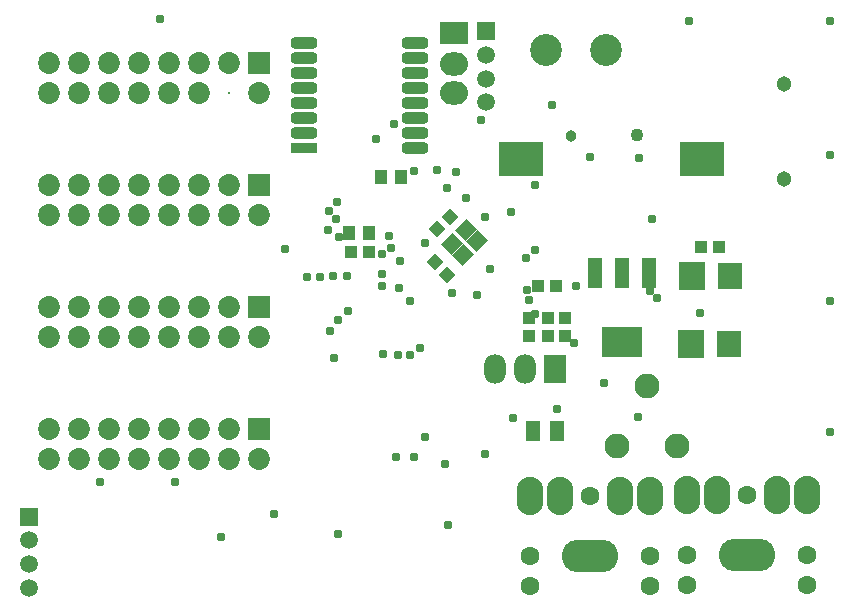
<source format=gbs>
G04*
G04 #@! TF.GenerationSoftware,Altium Limited,Altium Designer,21.0.8 (223)*
G04*
G04 Layer_Color=16711935*
%FSTAX24Y24*%
%MOIN*%
G70*
G04*
G04 #@! TF.SameCoordinates,2867BDE3-1686-46F1-8F54-3A33D440E248*
G04*
G04*
G04 #@! TF.FilePolarity,Negative*
G04*
G01*
G75*
%ADD24R,0.0787X0.0866*%
%ADD45R,0.0480X0.0671*%
%ADD46R,0.0867X0.0946*%
%ADD63R,0.0395X0.0395*%
%ADD64R,0.0430X0.0513*%
%ADD65R,0.0395X0.0395*%
%ADD66C,0.0730*%
%ADD67C,0.0080*%
%ADD68R,0.0730X0.0730*%
%ADD69C,0.1064*%
%ADD70O,0.0880X0.1280*%
%ADD71O,0.1880X0.1080*%
%ADD72C,0.0630*%
%ADD73C,0.0830*%
%ADD74R,0.0730X0.0980*%
%ADD75O,0.0730X0.0980*%
%ADD76O,0.0930X0.0780*%
%ADD77R,0.0930X0.0780*%
%ADD78C,0.0592*%
%ADD79R,0.0592X0.0592*%
%ADD80C,0.0310*%
%ADD81C,0.0513*%
%ADD82C,0.0380*%
%ADD83C,0.0430*%
G04:AMPARAMS|DCode=117|XSize=38mil|YSize=88mil|CornerRadius=11.5mil|HoleSize=0mil|Usage=FLASHONLY|Rotation=270.000|XOffset=0mil|YOffset=0mil|HoleType=Round|Shape=RoundedRectangle|*
%AMROUNDEDRECTD117*
21,1,0.0380,0.0650,0,0,270.0*
21,1,0.0150,0.0880,0,0,270.0*
1,1,0.0230,-0.0325,-0.0075*
1,1,0.0230,-0.0325,0.0075*
1,1,0.0230,0.0325,0.0075*
1,1,0.0230,0.0325,-0.0075*
%
%ADD117ROUNDEDRECTD117*%
%ADD118R,0.0880X0.0380*%
G04:AMPARAMS|DCode=119|XSize=47.4mil|YSize=55.2mil|CornerRadius=0mil|HoleSize=0mil|Usage=FLASHONLY|Rotation=135.000|XOffset=0mil|YOffset=0mil|HoleType=Round|Shape=Rectangle|*
%AMROTATEDRECTD119*
4,1,4,0.0363,0.0028,-0.0028,-0.0363,-0.0363,-0.0028,0.0028,0.0363,0.0363,0.0028,0.0*
%
%ADD119ROTATEDRECTD119*%

%ADD120R,0.1379X0.1025*%
%ADD121R,0.0474X0.1025*%
%ADD122R,0.1458X0.1182*%
%ADD123P,0.0559X4X180.0*%
%ADD124P,0.0559X4X270.0*%
D24*
X07452Y02401D02*
D03*
X07455Y0263D02*
D03*
D45*
X06798Y02112D02*
D03*
X06878D02*
D03*
D46*
X07326Y02401D02*
D03*
X07329Y0263D02*
D03*
D63*
X062515Y0271D02*
D03*
X061925D02*
D03*
X073595Y027273D02*
D03*
X074185D02*
D03*
X068765Y025965D02*
D03*
X068175D02*
D03*
D64*
X063585Y029597D02*
D03*
X062915D02*
D03*
X061859Y02772D02*
D03*
X062528D02*
D03*
D65*
X068499Y024885D02*
D03*
Y024295D02*
D03*
X06906Y024299D02*
D03*
Y02489D02*
D03*
X067863Y024885D02*
D03*
Y024295D02*
D03*
D66*
X05187Y0324D02*
D03*
X05287D02*
D03*
X05387D02*
D03*
X05487D02*
D03*
X05587D02*
D03*
X05687D02*
D03*
X05887D02*
D03*
X05287Y0334D02*
D03*
X05487Y0334D02*
D03*
X05787Y0334D02*
D03*
X05687D02*
D03*
X05587Y0334D02*
D03*
X05387Y0334D02*
D03*
X05187Y0334D02*
D03*
Y028333D02*
D03*
X05287Y028333D02*
D03*
X05387D02*
D03*
X05487D02*
D03*
X05587Y028333D02*
D03*
X05687Y028333D02*
D03*
X05787D02*
D03*
X05887D02*
D03*
X05287Y029333D02*
D03*
X05487D02*
D03*
X05787D02*
D03*
X05687D02*
D03*
X05587D02*
D03*
X05387D02*
D03*
X05187D02*
D03*
Y025267D02*
D03*
X05387D02*
D03*
X05587D02*
D03*
X05687D02*
D03*
X05787D02*
D03*
X05487D02*
D03*
X05287D02*
D03*
X05887Y024267D02*
D03*
X05787Y024267D02*
D03*
X05687D02*
D03*
X05587Y024267D02*
D03*
X05487D02*
D03*
X05387Y024267D02*
D03*
X05287D02*
D03*
X05187Y024267D02*
D03*
Y0202D02*
D03*
X05287Y0202D02*
D03*
X05387Y0202D02*
D03*
X05487Y0202D02*
D03*
X05587Y0202D02*
D03*
X05687D02*
D03*
X05787Y0202D02*
D03*
X05887D02*
D03*
X05287Y0212D02*
D03*
X05487Y0212D02*
D03*
X05787Y0212D02*
D03*
X05687Y0212D02*
D03*
X05587D02*
D03*
X05387D02*
D03*
X05187D02*
D03*
D67*
X05787Y0324D02*
D03*
D68*
X05887Y0334D02*
D03*
X05887Y029333D02*
D03*
X05887Y025267D02*
D03*
Y0212D02*
D03*
D69*
X07043Y03382D02*
D03*
X06843D02*
D03*
D70*
X07312Y018983D02*
D03*
X07412D02*
D03*
X07612D02*
D03*
X07712D02*
D03*
X0719Y01895D02*
D03*
X0709D02*
D03*
X0689D02*
D03*
X0679D02*
D03*
D71*
X07511Y016983D02*
D03*
X06989Y01695D02*
D03*
D72*
X07712Y016983D02*
D03*
Y015983D02*
D03*
X07512Y018983D02*
D03*
X07312Y016983D02*
D03*
Y015983D02*
D03*
X0679Y01595D02*
D03*
Y01695D02*
D03*
X0699Y01895D02*
D03*
X0719Y01595D02*
D03*
Y01695D02*
D03*
D73*
X070789Y020637D02*
D03*
X071789Y022637D02*
D03*
X072789Y020637D02*
D03*
D74*
X068741Y02318D02*
D03*
D75*
X067741D02*
D03*
X066741D02*
D03*
D76*
X06537Y032385D02*
D03*
Y033365D02*
D03*
D77*
Y034375D02*
D03*
D78*
X0512Y015905D02*
D03*
Y016693D02*
D03*
Y01748D02*
D03*
X06643Y032079D02*
D03*
Y032866D02*
D03*
Y033654D02*
D03*
D79*
X0512Y018267D02*
D03*
X06643Y034441D02*
D03*
D80*
X073625Y030039D02*
D03*
X062976Y023706D02*
D03*
X061353Y02355D02*
D03*
X06638Y028269D02*
D03*
X065748Y028894D02*
D03*
X06937Y02406D02*
D03*
X053572Y019411D02*
D03*
X05607D02*
D03*
X055572Y03486D02*
D03*
X073184Y03479D02*
D03*
X07788Y021081D02*
D03*
Y025443D02*
D03*
Y03032D02*
D03*
Y03479D02*
D03*
X066254Y0315D02*
D03*
X06863Y032002D02*
D03*
X062962Y026346D02*
D03*
X066132Y025658D02*
D03*
X065294Y025716D02*
D03*
X06118Y02846D02*
D03*
X06275Y03085D02*
D03*
X059354Y018373D02*
D03*
X068783Y02186D02*
D03*
X067332Y021551D02*
D03*
X067863Y025481D02*
D03*
X066544Y026526D02*
D03*
X06352Y0259D02*
D03*
X06355Y02678D02*
D03*
X062959Y02597D02*
D03*
X06388Y02547D02*
D03*
X05758Y01758D02*
D03*
X0615Y017684D02*
D03*
X0719Y025791D02*
D03*
X07211Y025571D02*
D03*
X06517Y018D02*
D03*
X06507Y02001D02*
D03*
X06341Y020241D02*
D03*
X06404D02*
D03*
X07196Y028201D02*
D03*
X06638Y02036D02*
D03*
X07149Y021584D02*
D03*
X070345Y022737D02*
D03*
X067778Y025827D02*
D03*
X06806Y025021D02*
D03*
X064379Y020934D02*
D03*
X06388Y02365D02*
D03*
X06348Y02367D02*
D03*
X06421Y023898D02*
D03*
X06944Y025965D02*
D03*
X07356Y02507D02*
D03*
X0699Y03025D02*
D03*
X07151Y03022D02*
D03*
X06404Y02978D02*
D03*
X06325Y02724D02*
D03*
X06117Y02781D02*
D03*
X06153Y02759D02*
D03*
X06725Y02844D02*
D03*
X06776Y026896D02*
D03*
X06806Y02717D02*
D03*
X06335Y03137D02*
D03*
X061468Y02875D02*
D03*
X06144Y02819D02*
D03*
X0644Y02739D02*
D03*
X06295Y02703D02*
D03*
X06318Y02761D02*
D03*
X06805Y02931D02*
D03*
X05974Y02719D02*
D03*
X06123Y02446D02*
D03*
X0615Y02483D02*
D03*
X061817Y025115D02*
D03*
X06544Y02976D02*
D03*
X06513Y02921D02*
D03*
X0648Y02981D02*
D03*
X06178Y0263D02*
D03*
X06045Y02626D02*
D03*
X0609Y02627D02*
D03*
X06133Y02628D02*
D03*
D81*
X076344Y032681D02*
D03*
Y029529D02*
D03*
D82*
X06926Y03096D02*
D03*
D83*
X07145Y03098D02*
D03*
D117*
X06407Y034046D02*
D03*
Y033546D02*
D03*
Y033046D02*
D03*
Y032546D02*
D03*
Y032046D02*
D03*
Y031546D02*
D03*
Y031046D02*
D03*
Y030546D02*
D03*
X06035Y034046D02*
D03*
Y033546D02*
D03*
Y033046D02*
D03*
Y032546D02*
D03*
Y032046D02*
D03*
Y031546D02*
D03*
Y031046D02*
D03*
D118*
Y030546D02*
D03*
D119*
X065282Y027344D02*
D03*
X065644Y026982D02*
D03*
X065756Y027818D02*
D03*
X066118Y027456D02*
D03*
D120*
X07095Y024098D02*
D03*
D121*
X071856Y026382D02*
D03*
X07095Y026382D02*
D03*
X070044Y026382D02*
D03*
D122*
X07363Y03019D02*
D03*
X06759D02*
D03*
D123*
X064711Y026749D02*
D03*
X065129Y026331D02*
D03*
D124*
X064791Y027851D02*
D03*
X065209Y028269D02*
D03*
M02*

</source>
